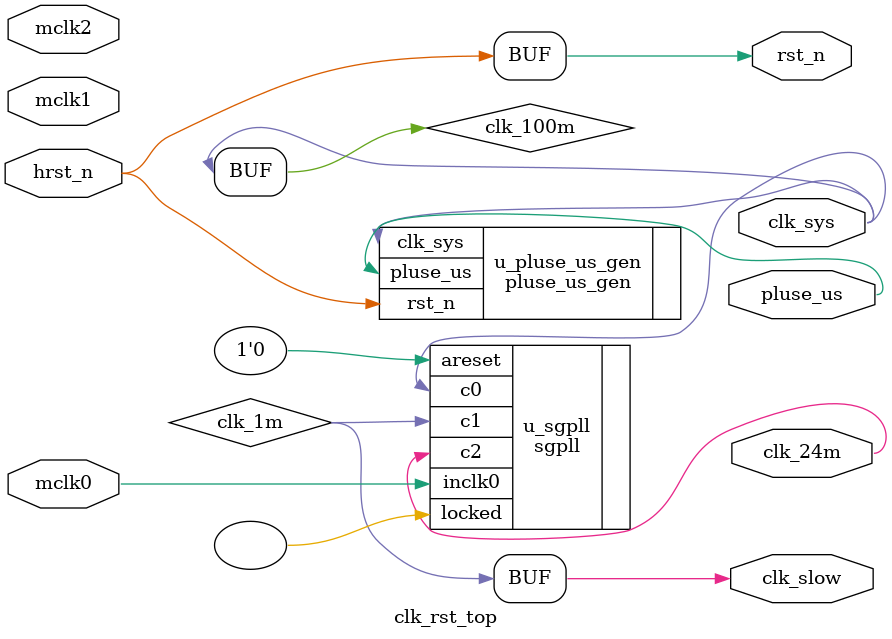
<source format=v>


module clk_rst_top(
hrst_n,
mclk0,
mclk1,
mclk2,
clk_sys,
clk_slow,
clk_24m,
pluse_us,
rst_n
);
input hrst_n;
input mclk0;
input mclk1;
input mclk2;
output clk_sys;
output clk_slow;
output clk_24m;
output pluse_us;
output rst_n;
//---------------------------------
//---------------------------------

wire rst_n;
assign rst_n = hrst_n;

wire clk_100m;
wire clk_1m;
wire clk_24m;
`ifndef SIM
sgpll u_sgpll(
.areset(1'b0),
.inclk0(mclk0),
.c0(clk_100m),
.c1(clk_1m),
.c2(clk_24m),
.locked()
);
`else
assign clk_100m = mclk1;
assign clk_1m = mclk2;
`endif

wire clk_sys;
assign clk_sys = clk_100m;
wire clk_slow;
assign clk_slow = clk_1m;


//----------- gen pluse 1us at cly_sys zone-------
pluse_us_gen u_pluse_us_gen(
.pluse_us(pluse_us),
.clk_sys(clk_sys),
.rst_n(rst_n)
);


endmodule

</source>
